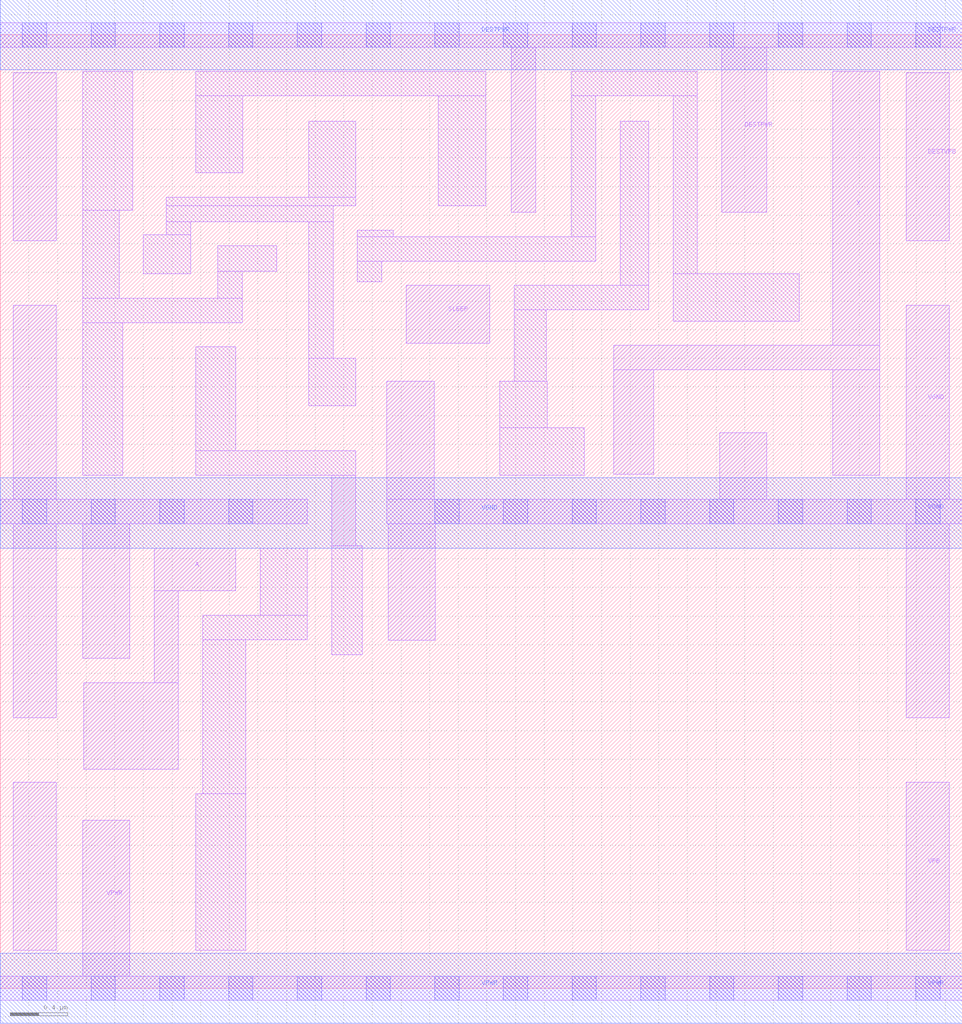
<source format=lef>
# Copyright 2020 The SkyWater PDK Authors
#
# Licensed under the Apache License, Version 2.0 (the "License");
# you may not use this file except in compliance with the License.
# You may obtain a copy of the License at
#
#     https://www.apache.org/licenses/LICENSE-2.0
#
# Unless required by applicable law or agreed to in writing, software
# distributed under the License is distributed on an "AS IS" BASIS,
# WITHOUT WARRANTIES OR CONDITIONS OF ANY KIND, either express or implied.
# See the License for the specific language governing permissions and
# limitations under the License.
#
# SPDX-License-Identifier: Apache-2.0

VERSION 5.7 ;
  NAMESCASESENSITIVE ON ;
  NOWIREEXTENSIONATPIN ON ;
  DIVIDERCHAR "/" ;
  BUSBITCHARS "[]" ;
UNITS
  DATABASE MICRONS 200 ;
END UNITS
MACRO sky130_fd_sc_lp__lsbufiso0p_lp
  CLASS CORE ;
  SOURCE USER ;
  FOREIGN sky130_fd_sc_lp__lsbufiso0p_lp ;
  ORIGIN  0.000000  0.000000 ;
  SIZE  6.720000 BY  6.660000 ;
  SYMMETRY X Y R90 ;
  SITE unit ;
  PIN A
    ANTENNAGATEAREA  0.678000 ;
    DIRECTION INPUT ;
    USE SIGNAL ;
    PORT
      LAYER li1 ;
        RECT 0.585000 1.530000 1.245000 2.135000 ;
        RECT 1.075000 2.135000 1.245000 2.775000 ;
        RECT 1.075000 2.775000 1.645000 3.075000 ;
    END
  END A
  PIN SLEEP
    ANTENNAGATEAREA  0.978000 ;
    DIRECTION INPUT ;
    USE SIGNAL ;
    PORT
      LAYER li1 ;
        RECT 2.835000 4.505000 3.420000 4.910000 ;
    END
  END SLEEP
  PIN X
    ANTENNADIFFAREA  0.714400 ;
    DIRECTION OUTPUT ;
    USE SIGNAL ;
    PORT
      LAYER li1 ;
        RECT 4.285000 3.590000 4.565000 4.320000 ;
        RECT 4.285000 4.320000 6.145000 4.490000 ;
        RECT 5.815000 3.585000 6.145000 4.320000 ;
        RECT 5.815000 4.490000 6.145000 6.405000 ;
    END
  END X
  PIN DESTPWR
    DIRECTION INOUT ;
    USE POWER ;
    PORT
      LAYER li1 ;
        RECT 0.000000 6.575000 6.720000 6.745000 ;
        RECT 3.570000 5.420000 3.740000 6.575000 ;
        RECT 5.040000 5.420000 5.355000 6.575000 ;
      LAYER mcon ;
        RECT 0.155000 6.575000 0.325000 6.745000 ;
        RECT 0.635000 6.575000 0.805000 6.745000 ;
        RECT 1.115000 6.575000 1.285000 6.745000 ;
        RECT 1.595000 6.575000 1.765000 6.745000 ;
        RECT 2.075000 6.575000 2.245000 6.745000 ;
        RECT 2.555000 6.575000 2.725000 6.745000 ;
        RECT 3.035000 6.575000 3.205000 6.745000 ;
        RECT 3.515000 6.575000 3.685000 6.745000 ;
        RECT 3.995000 6.575000 4.165000 6.745000 ;
        RECT 4.475000 6.575000 4.645000 6.745000 ;
        RECT 4.955000 6.575000 5.125000 6.745000 ;
        RECT 5.435000 6.575000 5.605000 6.745000 ;
        RECT 5.915000 6.575000 6.085000 6.745000 ;
        RECT 6.395000 6.575000 6.565000 6.745000 ;
      LAYER met1 ;
        RECT 0.000000 6.415000 6.720000 6.905000 ;
    END
  END DESTPWR
  PIN DESTVPB
    DIRECTION INOUT ;
    USE POWER ;
    PORT
      LAYER li1 ;
        RECT 0.090000 5.220000 0.390000 6.395000 ;
        RECT 6.330000 5.220000 6.630000 6.395000 ;
    END
  END DESTVPB
  PIN VGND
    DIRECTION INOUT ;
    USE GROUND ;
    PORT
      LAYER li1 ;
        RECT 0.000000 3.245000 2.145000 3.415000 ;
        RECT 0.090000 1.890000 0.390000 3.245000 ;
        RECT 0.090000 3.415000 0.390000 4.770000 ;
        RECT 0.575000 2.305000 0.905000 3.245000 ;
        RECT 2.700000 3.245000 6.720000 3.415000 ;
        RECT 2.700000 3.415000 3.030000 4.240000 ;
        RECT 2.710000 2.430000 3.040000 3.245000 ;
        RECT 5.025000 3.415000 5.355000 3.880000 ;
        RECT 6.330000 1.890000 6.630000 3.245000 ;
        RECT 6.330000 3.415000 6.630000 4.770000 ;
      LAYER mcon ;
        RECT 0.155000 3.245000 0.325000 3.415000 ;
        RECT 0.635000 3.245000 0.805000 3.415000 ;
        RECT 1.115000 3.245000 1.285000 3.415000 ;
        RECT 1.595000 3.245000 1.765000 3.415000 ;
        RECT 3.035000 3.245000 3.205000 3.415000 ;
        RECT 3.515000 3.245000 3.685000 3.415000 ;
        RECT 3.995000 3.245000 4.165000 3.415000 ;
        RECT 4.475000 3.245000 4.645000 3.415000 ;
        RECT 4.955000 3.245000 5.125000 3.415000 ;
        RECT 5.435000 3.245000 5.605000 3.415000 ;
        RECT 5.915000 3.245000 6.085000 3.415000 ;
        RECT 6.395000 3.245000 6.565000 3.415000 ;
      LAYER met1 ;
        RECT 0.000000 3.075000 6.720000 3.565000 ;
    END
  END VGND
  PIN VPB
    DIRECTION INOUT ;
    USE POWER ;
    PORT
      LAYER li1 ;
        RECT 0.090000 0.265000 0.390000 1.440000 ;
        RECT 6.330000 0.265000 6.630000 1.440000 ;
    END
  END VPB
  PIN VPWR
    DIRECTION INOUT ;
    USE POWER ;
    PORT
      LAYER li1 ;
        RECT 0.000000 -0.085000 6.720000 0.085000 ;
        RECT 0.575000  0.085000 0.905000 1.175000 ;
      LAYER mcon ;
        RECT 0.155000 -0.085000 0.325000 0.085000 ;
        RECT 0.635000 -0.085000 0.805000 0.085000 ;
        RECT 1.115000 -0.085000 1.285000 0.085000 ;
        RECT 1.595000 -0.085000 1.765000 0.085000 ;
        RECT 2.075000 -0.085000 2.245000 0.085000 ;
        RECT 2.555000 -0.085000 2.725000 0.085000 ;
        RECT 3.035000 -0.085000 3.205000 0.085000 ;
        RECT 3.515000 -0.085000 3.685000 0.085000 ;
        RECT 3.995000 -0.085000 4.165000 0.085000 ;
        RECT 4.475000 -0.085000 4.645000 0.085000 ;
        RECT 4.955000 -0.085000 5.125000 0.085000 ;
        RECT 5.435000 -0.085000 5.605000 0.085000 ;
        RECT 5.915000 -0.085000 6.085000 0.085000 ;
        RECT 6.395000 -0.085000 6.565000 0.085000 ;
      LAYER met1 ;
        RECT 0.000000 -0.245000 6.720000 0.245000 ;
    END
  END VPWR
  OBS
    LAYER li1 ;
      RECT 0.575000 3.585000 0.855000 4.650000 ;
      RECT 0.575000 4.650000 1.690000 4.820000 ;
      RECT 0.575000 4.820000 0.830000 5.435000 ;
      RECT 0.575000 5.435000 0.925000 6.405000 ;
      RECT 1.000000 4.990000 1.330000 5.265000 ;
      RECT 1.160000 5.265000 1.330000 5.355000 ;
      RECT 1.160000 5.355000 2.325000 5.465000 ;
      RECT 1.160000 5.465000 2.485000 5.525000 ;
      RECT 1.365000 0.265000 1.715000 1.360000 ;
      RECT 1.365000 3.585000 2.485000 3.755000 ;
      RECT 1.365000 3.755000 1.645000 4.480000 ;
      RECT 1.365000 5.695000 1.695000 6.235000 ;
      RECT 1.365000 6.235000 3.390000 6.405000 ;
      RECT 1.415000 1.360000 1.715000 2.435000 ;
      RECT 1.415000 2.435000 2.145000 2.605000 ;
      RECT 1.520000 4.820000 1.690000 5.010000 ;
      RECT 1.520000 5.010000 1.930000 5.185000 ;
      RECT 1.815000 2.605000 2.145000 3.075000 ;
      RECT 2.155000 4.070000 2.485000 4.400000 ;
      RECT 2.155000 4.400000 2.325000 5.355000 ;
      RECT 2.155000 5.525000 2.485000 6.055000 ;
      RECT 2.315000 2.330000 2.530000 3.090000 ;
      RECT 2.315000 3.090000 2.485000 3.585000 ;
      RECT 2.495000 4.935000 2.665000 5.080000 ;
      RECT 2.495000 5.080000 4.160000 5.250000 ;
      RECT 2.495000 5.250000 2.745000 5.295000 ;
      RECT 3.060000 5.465000 3.390000 6.235000 ;
      RECT 3.490000 3.585000 4.080000 3.915000 ;
      RECT 3.490000 3.915000 3.820000 4.240000 ;
      RECT 3.590000 4.240000 3.815000 4.740000 ;
      RECT 3.590000 4.740000 4.530000 4.910000 ;
      RECT 3.990000 5.250000 4.160000 6.235000 ;
      RECT 3.990000 6.235000 4.870000 6.405000 ;
      RECT 4.330000 4.910000 4.530000 6.055000 ;
      RECT 4.700000 4.660000 5.580000 4.990000 ;
      RECT 4.700000 4.990000 4.870000 6.235000 ;
  END
END sky130_fd_sc_lp__lsbufiso0p_lp

</source>
